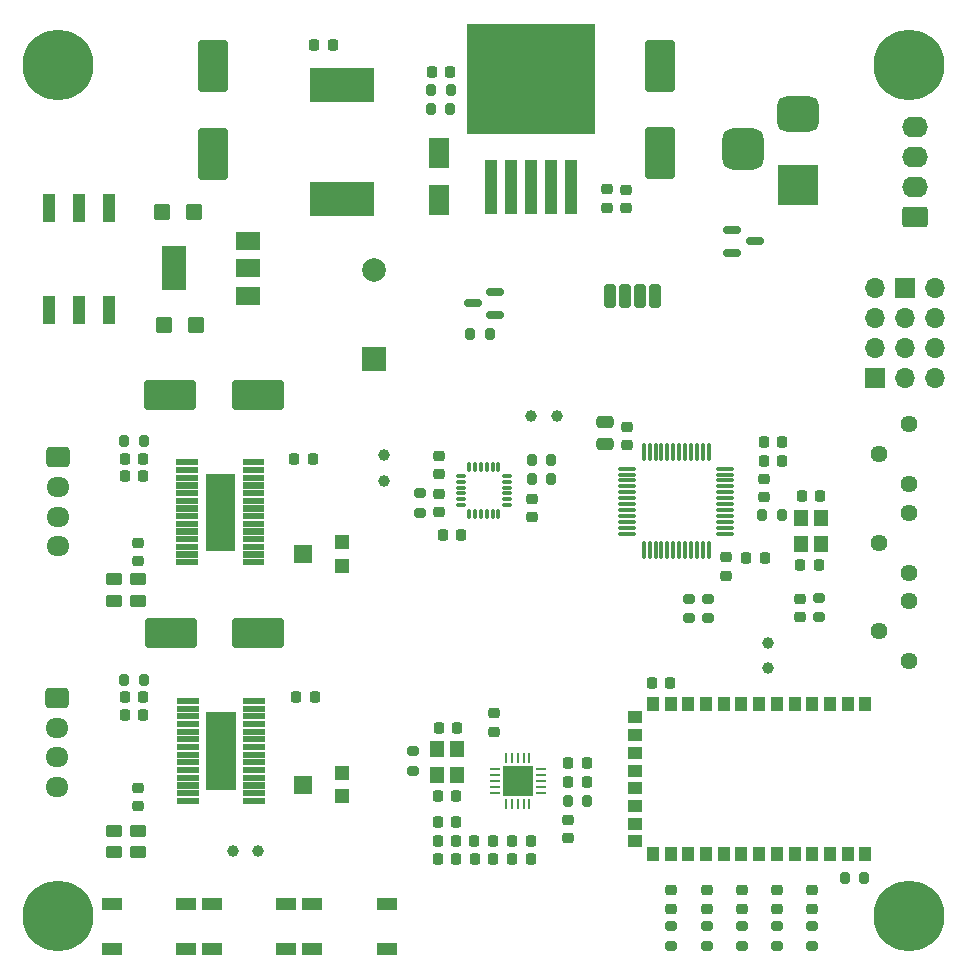
<source format=gbr>
%TF.GenerationSoftware,KiCad,Pcbnew,(6.0.0)*%
%TF.CreationDate,2022-03-02T14:41:02+07:00*%
%TF.ProjectId,balancingRobot_sabaiCode,62616c61-6e63-4696-9e67-526f626f745f,rev?*%
%TF.SameCoordinates,Original*%
%TF.FileFunction,Soldermask,Top*%
%TF.FilePolarity,Negative*%
%FSLAX46Y46*%
G04 Gerber Fmt 4.6, Leading zero omitted, Abs format (unit mm)*
G04 Created by KiCad (PCBNEW (6.0.0)) date 2022-03-02 14:41:02*
%MOMM*%
%LPD*%
G01*
G04 APERTURE LIST*
G04 Aperture macros list*
%AMRoundRect*
0 Rectangle with rounded corners*
0 $1 Rounding radius*
0 $2 $3 $4 $5 $6 $7 $8 $9 X,Y pos of 4 corners*
0 Add a 4 corners polygon primitive as box body*
4,1,4,$2,$3,$4,$5,$6,$7,$8,$9,$2,$3,0*
0 Add four circle primitives for the rounded corners*
1,1,$1+$1,$2,$3*
1,1,$1+$1,$4,$5*
1,1,$1+$1,$6,$7*
1,1,$1+$1,$8,$9*
0 Add four rect primitives between the rounded corners*
20,1,$1+$1,$2,$3,$4,$5,0*
20,1,$1+$1,$4,$5,$6,$7,0*
20,1,$1+$1,$6,$7,$8,$9,0*
20,1,$1+$1,$8,$9,$2,$3,0*%
G04 Aperture macros list end*
%ADD10C,0.010000*%
%ADD11R,1.700000X1.700000*%
%ADD12O,1.700000X1.700000*%
%ADD13RoundRect,0.200000X-0.275000X0.200000X-0.275000X-0.200000X0.275000X-0.200000X0.275000X0.200000X0*%
%ADD14RoundRect,0.200000X-0.200000X-0.275000X0.200000X-0.275000X0.200000X0.275000X-0.200000X0.275000X0*%
%ADD15RoundRect,0.225000X0.250000X-0.225000X0.250000X0.225000X-0.250000X0.225000X-0.250000X-0.225000X0*%
%ADD16R,1.700000X1.000000*%
%ADD17RoundRect,0.250000X1.000000X-1.950000X1.000000X1.950000X-1.000000X1.950000X-1.000000X-1.950000X0*%
%ADD18R,2.000000X1.500000*%
%ADD19R,2.000000X3.800000*%
%ADD20RoundRect,0.225000X-0.225000X-0.250000X0.225000X-0.250000X0.225000X0.250000X-0.225000X0.250000X0*%
%ADD21RoundRect,0.218750X0.256250X-0.218750X0.256250X0.218750X-0.256250X0.218750X-0.256250X-0.218750X0*%
%ADD22RoundRect,0.075000X-0.075000X0.350000X-0.075000X-0.350000X0.075000X-0.350000X0.075000X0.350000X0*%
%ADD23RoundRect,0.075000X-0.350000X-0.075000X0.350000X-0.075000X0.350000X0.075000X-0.350000X0.075000X0*%
%ADD24RoundRect,0.250000X0.475000X-0.250000X0.475000X0.250000X-0.475000X0.250000X-0.475000X-0.250000X0*%
%ADD25RoundRect,0.250000X-0.450000X-0.425000X0.450000X-0.425000X0.450000X0.425000X-0.450000X0.425000X0*%
%ADD26RoundRect,0.225000X0.225000X0.250000X-0.225000X0.250000X-0.225000X-0.250000X0.225000X-0.250000X0*%
%ADD27R,1.000000X1.300000*%
%ADD28R,1.300000X1.000000*%
%ADD29RoundRect,0.218750X-0.218750X-0.256250X0.218750X-0.256250X0.218750X0.256250X-0.218750X0.256250X0*%
%ADD30RoundRect,0.250000X0.845000X-0.620000X0.845000X0.620000X-0.845000X0.620000X-0.845000X-0.620000X0*%
%ADD31O,2.190000X1.740000*%
%ADD32RoundRect,0.200000X0.200000X0.275000X-0.200000X0.275000X-0.200000X-0.275000X0.200000X-0.275000X0*%
%ADD33R,1.800000X2.500000*%
%ADD34R,1.100000X4.600000*%
%ADD35R,10.800000X9.400000*%
%ADD36RoundRect,0.225000X-0.250000X0.225000X-0.250000X-0.225000X0.250000X-0.225000X0.250000X0.225000X0*%
%ADD37C,6.000000*%
%ADD38C,0.800000*%
%ADD39C,1.000000*%
%ADD40RoundRect,0.218750X0.218750X0.256250X-0.218750X0.256250X-0.218750X-0.256250X0.218750X-0.256250X0*%
%ADD41RoundRect,0.250000X-1.950000X-1.000000X1.950000X-1.000000X1.950000X1.000000X-1.950000X1.000000X0*%
%ADD42RoundRect,0.150000X-0.587500X-0.150000X0.587500X-0.150000X0.587500X0.150000X-0.587500X0.150000X0*%
%ADD43C,1.440000*%
%ADD44R,1.200000X1.200000*%
%ADD45R,1.500000X1.600000*%
%ADD46R,2.000000X2.000000*%
%ADD47C,2.000000*%
%ADD48RoundRect,0.250000X-0.725000X0.600000X-0.725000X-0.600000X0.725000X-0.600000X0.725000X0.600000X0*%
%ADD49O,1.950000X1.700000*%
%ADD50RoundRect,0.200000X0.275000X-0.200000X0.275000X0.200000X-0.275000X0.200000X-0.275000X-0.200000X0*%
%ADD51R,3.500000X3.500000*%
%ADD52RoundRect,0.750000X-1.000000X0.750000X-1.000000X-0.750000X1.000000X-0.750000X1.000000X0.750000X0*%
%ADD53RoundRect,0.875000X-0.875000X0.875000X-0.875000X-0.875000X0.875000X-0.875000X0.875000X0.875000X0*%
%ADD54RoundRect,0.250000X0.450000X-0.262500X0.450000X0.262500X-0.450000X0.262500X-0.450000X-0.262500X0*%
%ADD55RoundRect,0.250000X-0.250000X0.750000X-0.250000X-0.750000X0.250000X-0.750000X0.250000X0.750000X0*%
%ADD56R,5.400000X2.900000*%
%ADD57R,1.200000X1.400000*%
%ADD58RoundRect,0.150000X0.587500X0.150000X-0.587500X0.150000X-0.587500X-0.150000X0.587500X-0.150000X0*%
%ADD59RoundRect,0.062500X-0.062500X0.350000X-0.062500X-0.350000X0.062500X-0.350000X0.062500X0.350000X0*%
%ADD60RoundRect,0.062500X-0.350000X0.062500X-0.350000X-0.062500X0.350000X-0.062500X0.350000X0.062500X0*%
%ADD61R,2.500000X2.500000*%
%ADD62RoundRect,0.075000X0.662500X0.075000X-0.662500X0.075000X-0.662500X-0.075000X0.662500X-0.075000X0*%
%ADD63RoundRect,0.075000X0.075000X0.662500X-0.075000X0.662500X-0.075000X-0.662500X0.075000X-0.662500X0*%
%ADD64RoundRect,0.250000X0.450000X0.425000X-0.450000X0.425000X-0.450000X-0.425000X0.450000X-0.425000X0*%
%ADD65R,1.120000X2.440000*%
G04 APERTURE END LIST*
D10*
%TO.C,U6*%
X144055000Y-120155000D02*
X145795000Y-120155000D01*
X145795000Y-120155000D02*
X145795000Y-120595000D01*
X145795000Y-120595000D02*
X144055000Y-120595000D01*
X144055000Y-120595000D02*
X144055000Y-120155000D01*
G36*
X145795000Y-120595000D02*
G01*
X144055000Y-120595000D01*
X144055000Y-120155000D01*
X145795000Y-120155000D01*
X145795000Y-120595000D01*
G37*
X145795000Y-120595000D02*
X144055000Y-120595000D01*
X144055000Y-120155000D01*
X145795000Y-120155000D01*
X145795000Y-120595000D01*
X144055000Y-126005000D02*
X145795000Y-126005000D01*
X145795000Y-126005000D02*
X145795000Y-126445000D01*
X145795000Y-126445000D02*
X144055000Y-126445000D01*
X144055000Y-126445000D02*
X144055000Y-126005000D01*
G36*
X145795000Y-126445000D02*
G01*
X144055000Y-126445000D01*
X144055000Y-126005000D01*
X145795000Y-126005000D01*
X145795000Y-126445000D01*
G37*
X145795000Y-126445000D02*
X144055000Y-126445000D01*
X144055000Y-126005000D01*
X145795000Y-126005000D01*
X145795000Y-126445000D01*
X149655000Y-124055000D02*
X151395000Y-124055000D01*
X151395000Y-124055000D02*
X151395000Y-124495000D01*
X151395000Y-124495000D02*
X149655000Y-124495000D01*
X149655000Y-124495000D02*
X149655000Y-124055000D01*
G36*
X151395000Y-124495000D02*
G01*
X149655000Y-124495000D01*
X149655000Y-124055000D01*
X151395000Y-124055000D01*
X151395000Y-124495000D01*
G37*
X151395000Y-124495000D02*
X149655000Y-124495000D01*
X149655000Y-124055000D01*
X151395000Y-124055000D01*
X151395000Y-124495000D01*
X149655000Y-122105000D02*
X151395000Y-122105000D01*
X151395000Y-122105000D02*
X151395000Y-122545000D01*
X151395000Y-122545000D02*
X149655000Y-122545000D01*
X149655000Y-122545000D02*
X149655000Y-122105000D01*
G36*
X151395000Y-122545000D02*
G01*
X149655000Y-122545000D01*
X149655000Y-122105000D01*
X151395000Y-122105000D01*
X151395000Y-122545000D01*
G37*
X151395000Y-122545000D02*
X149655000Y-122545000D01*
X149655000Y-122105000D01*
X151395000Y-122105000D01*
X151395000Y-122545000D01*
X149655000Y-120805000D02*
X151395000Y-120805000D01*
X151395000Y-120805000D02*
X151395000Y-121245000D01*
X151395000Y-121245000D02*
X149655000Y-121245000D01*
X149655000Y-121245000D02*
X149655000Y-120805000D01*
G36*
X151395000Y-121245000D02*
G01*
X149655000Y-121245000D01*
X149655000Y-120805000D01*
X151395000Y-120805000D01*
X151395000Y-121245000D01*
G37*
X151395000Y-121245000D02*
X149655000Y-121245000D01*
X149655000Y-120805000D01*
X151395000Y-120805000D01*
X151395000Y-121245000D01*
X144055000Y-123405000D02*
X145795000Y-123405000D01*
X145795000Y-123405000D02*
X145795000Y-123845000D01*
X145795000Y-123845000D02*
X144055000Y-123845000D01*
X144055000Y-123845000D02*
X144055000Y-123405000D01*
G36*
X145795000Y-123845000D02*
G01*
X144055000Y-123845000D01*
X144055000Y-123405000D01*
X145795000Y-123405000D01*
X145795000Y-123845000D01*
G37*
X145795000Y-123845000D02*
X144055000Y-123845000D01*
X144055000Y-123405000D01*
X145795000Y-123405000D01*
X145795000Y-123845000D01*
X144055000Y-124055000D02*
X145795000Y-124055000D01*
X145795000Y-124055000D02*
X145795000Y-124495000D01*
X145795000Y-124495000D02*
X144055000Y-124495000D01*
X144055000Y-124495000D02*
X144055000Y-124055000D01*
G36*
X145795000Y-124495000D02*
G01*
X144055000Y-124495000D01*
X144055000Y-124055000D01*
X145795000Y-124055000D01*
X145795000Y-124495000D01*
G37*
X145795000Y-124495000D02*
X144055000Y-124495000D01*
X144055000Y-124055000D01*
X145795000Y-124055000D01*
X145795000Y-124495000D01*
X149655000Y-121455000D02*
X151395000Y-121455000D01*
X151395000Y-121455000D02*
X151395000Y-121895000D01*
X151395000Y-121895000D02*
X149655000Y-121895000D01*
X149655000Y-121895000D02*
X149655000Y-121455000D01*
G36*
X151395000Y-121895000D02*
G01*
X149655000Y-121895000D01*
X149655000Y-121455000D01*
X151395000Y-121455000D01*
X151395000Y-121895000D01*
G37*
X151395000Y-121895000D02*
X149655000Y-121895000D01*
X149655000Y-121455000D01*
X151395000Y-121455000D01*
X151395000Y-121895000D01*
X144055000Y-121455000D02*
X145795000Y-121455000D01*
X145795000Y-121455000D02*
X145795000Y-121895000D01*
X145795000Y-121895000D02*
X144055000Y-121895000D01*
X144055000Y-121895000D02*
X144055000Y-121455000D01*
G36*
X145795000Y-121895000D02*
G01*
X144055000Y-121895000D01*
X144055000Y-121455000D01*
X145795000Y-121455000D01*
X145795000Y-121895000D01*
G37*
X145795000Y-121895000D02*
X144055000Y-121895000D01*
X144055000Y-121455000D01*
X145795000Y-121455000D01*
X145795000Y-121895000D01*
X149655000Y-123405000D02*
X151395000Y-123405000D01*
X151395000Y-123405000D02*
X151395000Y-123845000D01*
X151395000Y-123845000D02*
X149655000Y-123845000D01*
X149655000Y-123845000D02*
X149655000Y-123405000D01*
G36*
X151395000Y-123845000D02*
G01*
X149655000Y-123845000D01*
X149655000Y-123405000D01*
X151395000Y-123405000D01*
X151395000Y-123845000D01*
G37*
X151395000Y-123845000D02*
X149655000Y-123845000D01*
X149655000Y-123405000D01*
X151395000Y-123405000D01*
X151395000Y-123845000D01*
X149655000Y-118855000D02*
X151395000Y-118855000D01*
X151395000Y-118855000D02*
X151395000Y-119295000D01*
X151395000Y-119295000D02*
X149655000Y-119295000D01*
X149655000Y-119295000D02*
X149655000Y-118855000D01*
G36*
X151395000Y-119295000D02*
G01*
X149655000Y-119295000D01*
X149655000Y-118855000D01*
X151395000Y-118855000D01*
X151395000Y-119295000D01*
G37*
X151395000Y-119295000D02*
X149655000Y-119295000D01*
X149655000Y-118855000D01*
X151395000Y-118855000D01*
X151395000Y-119295000D01*
X149655000Y-122755000D02*
X151395000Y-122755000D01*
X151395000Y-122755000D02*
X151395000Y-123195000D01*
X151395000Y-123195000D02*
X149655000Y-123195000D01*
X149655000Y-123195000D02*
X149655000Y-122755000D01*
G36*
X151395000Y-123195000D02*
G01*
X149655000Y-123195000D01*
X149655000Y-122755000D01*
X151395000Y-122755000D01*
X151395000Y-123195000D01*
G37*
X151395000Y-123195000D02*
X149655000Y-123195000D01*
X149655000Y-122755000D01*
X151395000Y-122755000D01*
X151395000Y-123195000D01*
X144055000Y-119505000D02*
X145795000Y-119505000D01*
X145795000Y-119505000D02*
X145795000Y-119945000D01*
X145795000Y-119945000D02*
X144055000Y-119945000D01*
X144055000Y-119945000D02*
X144055000Y-119505000D01*
G36*
X145795000Y-119945000D02*
G01*
X144055000Y-119945000D01*
X144055000Y-119505000D01*
X145795000Y-119505000D01*
X145795000Y-119945000D01*
G37*
X145795000Y-119945000D02*
X144055000Y-119945000D01*
X144055000Y-119505000D01*
X145795000Y-119505000D01*
X145795000Y-119945000D01*
X144055000Y-120805000D02*
X145795000Y-120805000D01*
X145795000Y-120805000D02*
X145795000Y-121245000D01*
X145795000Y-121245000D02*
X144055000Y-121245000D01*
X144055000Y-121245000D02*
X144055000Y-120805000D01*
G36*
X145795000Y-121245000D02*
G01*
X144055000Y-121245000D01*
X144055000Y-120805000D01*
X145795000Y-120805000D01*
X145795000Y-121245000D01*
G37*
X145795000Y-121245000D02*
X144055000Y-121245000D01*
X144055000Y-120805000D01*
X145795000Y-120805000D01*
X145795000Y-121245000D01*
X149655000Y-119505000D02*
X151395000Y-119505000D01*
X151395000Y-119505000D02*
X151395000Y-119945000D01*
X151395000Y-119945000D02*
X149655000Y-119945000D01*
X149655000Y-119945000D02*
X149655000Y-119505000D01*
G36*
X151395000Y-119945000D02*
G01*
X149655000Y-119945000D01*
X149655000Y-119505000D01*
X151395000Y-119505000D01*
X151395000Y-119945000D01*
G37*
X151395000Y-119945000D02*
X149655000Y-119945000D01*
X149655000Y-119505000D01*
X151395000Y-119505000D01*
X151395000Y-119945000D01*
X149655000Y-125355000D02*
X151395000Y-125355000D01*
X151395000Y-125355000D02*
X151395000Y-125795000D01*
X151395000Y-125795000D02*
X149655000Y-125795000D01*
X149655000Y-125795000D02*
X149655000Y-125355000D01*
G36*
X151395000Y-125795000D02*
G01*
X149655000Y-125795000D01*
X149655000Y-125355000D01*
X151395000Y-125355000D01*
X151395000Y-125795000D01*
G37*
X151395000Y-125795000D02*
X149655000Y-125795000D01*
X149655000Y-125355000D01*
X151395000Y-125355000D01*
X151395000Y-125795000D01*
X144055000Y-122105000D02*
X145795000Y-122105000D01*
X145795000Y-122105000D02*
X145795000Y-122545000D01*
X145795000Y-122545000D02*
X144055000Y-122545000D01*
X144055000Y-122545000D02*
X144055000Y-122105000D01*
G36*
X145795000Y-122545000D02*
G01*
X144055000Y-122545000D01*
X144055000Y-122105000D01*
X145795000Y-122105000D01*
X145795000Y-122545000D01*
G37*
X145795000Y-122545000D02*
X144055000Y-122545000D01*
X144055000Y-122105000D01*
X145795000Y-122105000D01*
X145795000Y-122545000D01*
X149655000Y-118205000D02*
X151395000Y-118205000D01*
X151395000Y-118205000D02*
X151395000Y-118645000D01*
X151395000Y-118645000D02*
X149655000Y-118645000D01*
X149655000Y-118645000D02*
X149655000Y-118205000D01*
G36*
X151395000Y-118645000D02*
G01*
X149655000Y-118645000D01*
X149655000Y-118205000D01*
X151395000Y-118205000D01*
X151395000Y-118645000D01*
G37*
X151395000Y-118645000D02*
X149655000Y-118645000D01*
X149655000Y-118205000D01*
X151395000Y-118205000D01*
X151395000Y-118645000D01*
X146525000Y-118770000D02*
X148925000Y-118770000D01*
X148925000Y-118770000D02*
X148925000Y-125230000D01*
X148925000Y-125230000D02*
X146525000Y-125230000D01*
X146525000Y-125230000D02*
X146525000Y-118770000D01*
G36*
X148925000Y-125230000D02*
G01*
X146525000Y-125230000D01*
X146525000Y-118770000D01*
X148925000Y-118770000D01*
X148925000Y-125230000D01*
G37*
X148925000Y-125230000D02*
X146525000Y-125230000D01*
X146525000Y-118770000D01*
X148925000Y-118770000D01*
X148925000Y-125230000D01*
X144055000Y-122755000D02*
X145795000Y-122755000D01*
X145795000Y-122755000D02*
X145795000Y-123195000D01*
X145795000Y-123195000D02*
X144055000Y-123195000D01*
X144055000Y-123195000D02*
X144055000Y-122755000D01*
G36*
X145795000Y-123195000D02*
G01*
X144055000Y-123195000D01*
X144055000Y-122755000D01*
X145795000Y-122755000D01*
X145795000Y-123195000D01*
G37*
X145795000Y-123195000D02*
X144055000Y-123195000D01*
X144055000Y-122755000D01*
X145795000Y-122755000D01*
X145795000Y-123195000D01*
X149655000Y-126005000D02*
X151395000Y-126005000D01*
X151395000Y-126005000D02*
X151395000Y-126445000D01*
X151395000Y-126445000D02*
X149655000Y-126445000D01*
X149655000Y-126445000D02*
X149655000Y-126005000D01*
G36*
X151395000Y-126445000D02*
G01*
X149655000Y-126445000D01*
X149655000Y-126005000D01*
X151395000Y-126005000D01*
X151395000Y-126445000D01*
G37*
X151395000Y-126445000D02*
X149655000Y-126445000D01*
X149655000Y-126005000D01*
X151395000Y-126005000D01*
X151395000Y-126445000D01*
X144055000Y-117555000D02*
X145795000Y-117555000D01*
X145795000Y-117555000D02*
X145795000Y-117995000D01*
X145795000Y-117995000D02*
X144055000Y-117995000D01*
X144055000Y-117995000D02*
X144055000Y-117555000D01*
G36*
X145795000Y-117995000D02*
G01*
X144055000Y-117995000D01*
X144055000Y-117555000D01*
X145795000Y-117555000D01*
X145795000Y-117995000D01*
G37*
X145795000Y-117995000D02*
X144055000Y-117995000D01*
X144055000Y-117555000D01*
X145795000Y-117555000D01*
X145795000Y-117995000D01*
X144055000Y-124705000D02*
X145795000Y-124705000D01*
X145795000Y-124705000D02*
X145795000Y-125145000D01*
X145795000Y-125145000D02*
X144055000Y-125145000D01*
X144055000Y-125145000D02*
X144055000Y-124705000D01*
G36*
X145795000Y-125145000D02*
G01*
X144055000Y-125145000D01*
X144055000Y-124705000D01*
X145795000Y-124705000D01*
X145795000Y-125145000D01*
G37*
X145795000Y-125145000D02*
X144055000Y-125145000D01*
X144055000Y-124705000D01*
X145795000Y-124705000D01*
X145795000Y-125145000D01*
X144055000Y-118855000D02*
X145795000Y-118855000D01*
X145795000Y-118855000D02*
X145795000Y-119295000D01*
X145795000Y-119295000D02*
X144055000Y-119295000D01*
X144055000Y-119295000D02*
X144055000Y-118855000D01*
G36*
X145795000Y-119295000D02*
G01*
X144055000Y-119295000D01*
X144055000Y-118855000D01*
X145795000Y-118855000D01*
X145795000Y-119295000D01*
G37*
X145795000Y-119295000D02*
X144055000Y-119295000D01*
X144055000Y-118855000D01*
X145795000Y-118855000D01*
X145795000Y-119295000D01*
X149655000Y-117555000D02*
X151395000Y-117555000D01*
X151395000Y-117555000D02*
X151395000Y-117995000D01*
X151395000Y-117995000D02*
X149655000Y-117995000D01*
X149655000Y-117995000D02*
X149655000Y-117555000D01*
G36*
X151395000Y-117995000D02*
G01*
X149655000Y-117995000D01*
X149655000Y-117555000D01*
X151395000Y-117555000D01*
X151395000Y-117995000D01*
G37*
X151395000Y-117995000D02*
X149655000Y-117995000D01*
X149655000Y-117555000D01*
X151395000Y-117555000D01*
X151395000Y-117995000D01*
X149655000Y-124705000D02*
X151395000Y-124705000D01*
X151395000Y-124705000D02*
X151395000Y-125145000D01*
X151395000Y-125145000D02*
X149655000Y-125145000D01*
X149655000Y-125145000D02*
X149655000Y-124705000D01*
G36*
X151395000Y-125145000D02*
G01*
X149655000Y-125145000D01*
X149655000Y-124705000D01*
X151395000Y-124705000D01*
X151395000Y-125145000D01*
G37*
X151395000Y-125145000D02*
X149655000Y-125145000D01*
X149655000Y-124705000D01*
X151395000Y-124705000D01*
X151395000Y-125145000D01*
X144055000Y-118205000D02*
X145795000Y-118205000D01*
X145795000Y-118205000D02*
X145795000Y-118645000D01*
X145795000Y-118645000D02*
X144055000Y-118645000D01*
X144055000Y-118645000D02*
X144055000Y-118205000D01*
G36*
X145795000Y-118645000D02*
G01*
X144055000Y-118645000D01*
X144055000Y-118205000D01*
X145795000Y-118205000D01*
X145795000Y-118645000D01*
G37*
X145795000Y-118645000D02*
X144055000Y-118645000D01*
X144055000Y-118205000D01*
X145795000Y-118205000D01*
X145795000Y-118645000D01*
X144055000Y-125355000D02*
X145795000Y-125355000D01*
X145795000Y-125355000D02*
X145795000Y-125795000D01*
X145795000Y-125795000D02*
X144055000Y-125795000D01*
X144055000Y-125795000D02*
X144055000Y-125355000D01*
G36*
X145795000Y-125795000D02*
G01*
X144055000Y-125795000D01*
X144055000Y-125355000D01*
X145795000Y-125355000D01*
X145795000Y-125795000D01*
G37*
X145795000Y-125795000D02*
X144055000Y-125795000D01*
X144055000Y-125355000D01*
X145795000Y-125355000D01*
X145795000Y-125795000D01*
X149655000Y-120155000D02*
X151395000Y-120155000D01*
X151395000Y-120155000D02*
X151395000Y-120595000D01*
X151395000Y-120595000D02*
X149655000Y-120595000D01*
X149655000Y-120595000D02*
X149655000Y-120155000D01*
G36*
X151395000Y-120595000D02*
G01*
X149655000Y-120595000D01*
X149655000Y-120155000D01*
X151395000Y-120155000D01*
X151395000Y-120595000D01*
G37*
X151395000Y-120595000D02*
X149655000Y-120595000D01*
X149655000Y-120155000D01*
X151395000Y-120155000D01*
X151395000Y-120595000D01*
%TO.C,U5*%
X143982500Y-101905000D02*
X145722500Y-101905000D01*
X145722500Y-101905000D02*
X145722500Y-102345000D01*
X145722500Y-102345000D02*
X143982500Y-102345000D01*
X143982500Y-102345000D02*
X143982500Y-101905000D01*
G36*
X145722500Y-102345000D02*
G01*
X143982500Y-102345000D01*
X143982500Y-101905000D01*
X145722500Y-101905000D01*
X145722500Y-102345000D01*
G37*
X145722500Y-102345000D02*
X143982500Y-102345000D01*
X143982500Y-101905000D01*
X145722500Y-101905000D01*
X145722500Y-102345000D01*
X149582500Y-103205000D02*
X151322500Y-103205000D01*
X151322500Y-103205000D02*
X151322500Y-103645000D01*
X151322500Y-103645000D02*
X149582500Y-103645000D01*
X149582500Y-103645000D02*
X149582500Y-103205000D01*
G36*
X151322500Y-103645000D02*
G01*
X149582500Y-103645000D01*
X149582500Y-103205000D01*
X151322500Y-103205000D01*
X151322500Y-103645000D01*
G37*
X151322500Y-103645000D02*
X149582500Y-103645000D01*
X149582500Y-103205000D01*
X151322500Y-103205000D01*
X151322500Y-103645000D01*
X143982500Y-98655000D02*
X145722500Y-98655000D01*
X145722500Y-98655000D02*
X145722500Y-99095000D01*
X145722500Y-99095000D02*
X143982500Y-99095000D01*
X143982500Y-99095000D02*
X143982500Y-98655000D01*
G36*
X145722500Y-99095000D02*
G01*
X143982500Y-99095000D01*
X143982500Y-98655000D01*
X145722500Y-98655000D01*
X145722500Y-99095000D01*
G37*
X145722500Y-99095000D02*
X143982500Y-99095000D01*
X143982500Y-98655000D01*
X145722500Y-98655000D01*
X145722500Y-99095000D01*
X143982500Y-99305000D02*
X145722500Y-99305000D01*
X145722500Y-99305000D02*
X145722500Y-99745000D01*
X145722500Y-99745000D02*
X143982500Y-99745000D01*
X143982500Y-99745000D02*
X143982500Y-99305000D01*
G36*
X145722500Y-99745000D02*
G01*
X143982500Y-99745000D01*
X143982500Y-99305000D01*
X145722500Y-99305000D01*
X145722500Y-99745000D01*
G37*
X145722500Y-99745000D02*
X143982500Y-99745000D01*
X143982500Y-99305000D01*
X145722500Y-99305000D01*
X145722500Y-99745000D01*
X149582500Y-99305000D02*
X151322500Y-99305000D01*
X151322500Y-99305000D02*
X151322500Y-99745000D01*
X151322500Y-99745000D02*
X149582500Y-99745000D01*
X149582500Y-99745000D02*
X149582500Y-99305000D01*
G36*
X151322500Y-99745000D02*
G01*
X149582500Y-99745000D01*
X149582500Y-99305000D01*
X151322500Y-99305000D01*
X151322500Y-99745000D01*
G37*
X151322500Y-99745000D02*
X149582500Y-99745000D01*
X149582500Y-99305000D01*
X151322500Y-99305000D01*
X151322500Y-99745000D01*
X143982500Y-101255000D02*
X145722500Y-101255000D01*
X145722500Y-101255000D02*
X145722500Y-101695000D01*
X145722500Y-101695000D02*
X143982500Y-101695000D01*
X143982500Y-101695000D02*
X143982500Y-101255000D01*
G36*
X145722500Y-101695000D02*
G01*
X143982500Y-101695000D01*
X143982500Y-101255000D01*
X145722500Y-101255000D01*
X145722500Y-101695000D01*
G37*
X145722500Y-101695000D02*
X143982500Y-101695000D01*
X143982500Y-101255000D01*
X145722500Y-101255000D01*
X145722500Y-101695000D01*
X143982500Y-100605000D02*
X145722500Y-100605000D01*
X145722500Y-100605000D02*
X145722500Y-101045000D01*
X145722500Y-101045000D02*
X143982500Y-101045000D01*
X143982500Y-101045000D02*
X143982500Y-100605000D01*
G36*
X145722500Y-101045000D02*
G01*
X143982500Y-101045000D01*
X143982500Y-100605000D01*
X145722500Y-100605000D01*
X145722500Y-101045000D01*
G37*
X145722500Y-101045000D02*
X143982500Y-101045000D01*
X143982500Y-100605000D01*
X145722500Y-100605000D01*
X145722500Y-101045000D01*
X149582500Y-104505000D02*
X151322500Y-104505000D01*
X151322500Y-104505000D02*
X151322500Y-104945000D01*
X151322500Y-104945000D02*
X149582500Y-104945000D01*
X149582500Y-104945000D02*
X149582500Y-104505000D01*
G36*
X151322500Y-104945000D02*
G01*
X149582500Y-104945000D01*
X149582500Y-104505000D01*
X151322500Y-104505000D01*
X151322500Y-104945000D01*
G37*
X151322500Y-104945000D02*
X149582500Y-104945000D01*
X149582500Y-104505000D01*
X151322500Y-104505000D01*
X151322500Y-104945000D01*
X143982500Y-98005000D02*
X145722500Y-98005000D01*
X145722500Y-98005000D02*
X145722500Y-98445000D01*
X145722500Y-98445000D02*
X143982500Y-98445000D01*
X143982500Y-98445000D02*
X143982500Y-98005000D01*
G36*
X145722500Y-98445000D02*
G01*
X143982500Y-98445000D01*
X143982500Y-98005000D01*
X145722500Y-98005000D01*
X145722500Y-98445000D01*
G37*
X145722500Y-98445000D02*
X143982500Y-98445000D01*
X143982500Y-98005000D01*
X145722500Y-98005000D01*
X145722500Y-98445000D01*
X143982500Y-104505000D02*
X145722500Y-104505000D01*
X145722500Y-104505000D02*
X145722500Y-104945000D01*
X145722500Y-104945000D02*
X143982500Y-104945000D01*
X143982500Y-104945000D02*
X143982500Y-104505000D01*
G36*
X145722500Y-104945000D02*
G01*
X143982500Y-104945000D01*
X143982500Y-104505000D01*
X145722500Y-104505000D01*
X145722500Y-104945000D01*
G37*
X145722500Y-104945000D02*
X143982500Y-104945000D01*
X143982500Y-104505000D01*
X145722500Y-104505000D01*
X145722500Y-104945000D01*
X143982500Y-105155000D02*
X145722500Y-105155000D01*
X145722500Y-105155000D02*
X145722500Y-105595000D01*
X145722500Y-105595000D02*
X143982500Y-105595000D01*
X143982500Y-105595000D02*
X143982500Y-105155000D01*
G36*
X145722500Y-105595000D02*
G01*
X143982500Y-105595000D01*
X143982500Y-105155000D01*
X145722500Y-105155000D01*
X145722500Y-105595000D01*
G37*
X145722500Y-105595000D02*
X143982500Y-105595000D01*
X143982500Y-105155000D01*
X145722500Y-105155000D01*
X145722500Y-105595000D01*
X143982500Y-103855000D02*
X145722500Y-103855000D01*
X145722500Y-103855000D02*
X145722500Y-104295000D01*
X145722500Y-104295000D02*
X143982500Y-104295000D01*
X143982500Y-104295000D02*
X143982500Y-103855000D01*
G36*
X145722500Y-104295000D02*
G01*
X143982500Y-104295000D01*
X143982500Y-103855000D01*
X145722500Y-103855000D01*
X145722500Y-104295000D01*
G37*
X145722500Y-104295000D02*
X143982500Y-104295000D01*
X143982500Y-103855000D01*
X145722500Y-103855000D01*
X145722500Y-104295000D01*
X143982500Y-102555000D02*
X145722500Y-102555000D01*
X145722500Y-102555000D02*
X145722500Y-102995000D01*
X145722500Y-102995000D02*
X143982500Y-102995000D01*
X143982500Y-102995000D02*
X143982500Y-102555000D01*
G36*
X145722500Y-102995000D02*
G01*
X143982500Y-102995000D01*
X143982500Y-102555000D01*
X145722500Y-102555000D01*
X145722500Y-102995000D01*
G37*
X145722500Y-102995000D02*
X143982500Y-102995000D01*
X143982500Y-102555000D01*
X145722500Y-102555000D01*
X145722500Y-102995000D01*
X149582500Y-97355000D02*
X151322500Y-97355000D01*
X151322500Y-97355000D02*
X151322500Y-97795000D01*
X151322500Y-97795000D02*
X149582500Y-97795000D01*
X149582500Y-97795000D02*
X149582500Y-97355000D01*
G36*
X151322500Y-97795000D02*
G01*
X149582500Y-97795000D01*
X149582500Y-97355000D01*
X151322500Y-97355000D01*
X151322500Y-97795000D01*
G37*
X151322500Y-97795000D02*
X149582500Y-97795000D01*
X149582500Y-97355000D01*
X151322500Y-97355000D01*
X151322500Y-97795000D01*
X149582500Y-101905000D02*
X151322500Y-101905000D01*
X151322500Y-101905000D02*
X151322500Y-102345000D01*
X151322500Y-102345000D02*
X149582500Y-102345000D01*
X149582500Y-102345000D02*
X149582500Y-101905000D01*
G36*
X151322500Y-102345000D02*
G01*
X149582500Y-102345000D01*
X149582500Y-101905000D01*
X151322500Y-101905000D01*
X151322500Y-102345000D01*
G37*
X151322500Y-102345000D02*
X149582500Y-102345000D01*
X149582500Y-101905000D01*
X151322500Y-101905000D01*
X151322500Y-102345000D01*
X149582500Y-98005000D02*
X151322500Y-98005000D01*
X151322500Y-98005000D02*
X151322500Y-98445000D01*
X151322500Y-98445000D02*
X149582500Y-98445000D01*
X149582500Y-98445000D02*
X149582500Y-98005000D01*
G36*
X151322500Y-98445000D02*
G01*
X149582500Y-98445000D01*
X149582500Y-98005000D01*
X151322500Y-98005000D01*
X151322500Y-98445000D01*
G37*
X151322500Y-98445000D02*
X149582500Y-98445000D01*
X149582500Y-98005000D01*
X151322500Y-98005000D01*
X151322500Y-98445000D01*
X149582500Y-100605000D02*
X151322500Y-100605000D01*
X151322500Y-100605000D02*
X151322500Y-101045000D01*
X151322500Y-101045000D02*
X149582500Y-101045000D01*
X149582500Y-101045000D02*
X149582500Y-100605000D01*
G36*
X151322500Y-101045000D02*
G01*
X149582500Y-101045000D01*
X149582500Y-100605000D01*
X151322500Y-100605000D01*
X151322500Y-101045000D01*
G37*
X151322500Y-101045000D02*
X149582500Y-101045000D01*
X149582500Y-100605000D01*
X151322500Y-100605000D01*
X151322500Y-101045000D01*
X143982500Y-103205000D02*
X145722500Y-103205000D01*
X145722500Y-103205000D02*
X145722500Y-103645000D01*
X145722500Y-103645000D02*
X143982500Y-103645000D01*
X143982500Y-103645000D02*
X143982500Y-103205000D01*
G36*
X145722500Y-103645000D02*
G01*
X143982500Y-103645000D01*
X143982500Y-103205000D01*
X145722500Y-103205000D01*
X145722500Y-103645000D01*
G37*
X145722500Y-103645000D02*
X143982500Y-103645000D01*
X143982500Y-103205000D01*
X145722500Y-103205000D01*
X145722500Y-103645000D01*
X146452500Y-98570000D02*
X148852500Y-98570000D01*
X148852500Y-98570000D02*
X148852500Y-105030000D01*
X148852500Y-105030000D02*
X146452500Y-105030000D01*
X146452500Y-105030000D02*
X146452500Y-98570000D01*
G36*
X148852500Y-105030000D02*
G01*
X146452500Y-105030000D01*
X146452500Y-98570000D01*
X148852500Y-98570000D01*
X148852500Y-105030000D01*
G37*
X148852500Y-105030000D02*
X146452500Y-105030000D01*
X146452500Y-98570000D01*
X148852500Y-98570000D01*
X148852500Y-105030000D01*
X149582500Y-105805000D02*
X151322500Y-105805000D01*
X151322500Y-105805000D02*
X151322500Y-106245000D01*
X151322500Y-106245000D02*
X149582500Y-106245000D01*
X149582500Y-106245000D02*
X149582500Y-105805000D01*
G36*
X151322500Y-106245000D02*
G01*
X149582500Y-106245000D01*
X149582500Y-105805000D01*
X151322500Y-105805000D01*
X151322500Y-106245000D01*
G37*
X151322500Y-106245000D02*
X149582500Y-106245000D01*
X149582500Y-105805000D01*
X151322500Y-105805000D01*
X151322500Y-106245000D01*
X149582500Y-103855000D02*
X151322500Y-103855000D01*
X151322500Y-103855000D02*
X151322500Y-104295000D01*
X151322500Y-104295000D02*
X149582500Y-104295000D01*
X149582500Y-104295000D02*
X149582500Y-103855000D01*
G36*
X151322500Y-104295000D02*
G01*
X149582500Y-104295000D01*
X149582500Y-103855000D01*
X151322500Y-103855000D01*
X151322500Y-104295000D01*
G37*
X151322500Y-104295000D02*
X149582500Y-104295000D01*
X149582500Y-103855000D01*
X151322500Y-103855000D01*
X151322500Y-104295000D01*
X149582500Y-101255000D02*
X151322500Y-101255000D01*
X151322500Y-101255000D02*
X151322500Y-101695000D01*
X151322500Y-101695000D02*
X149582500Y-101695000D01*
X149582500Y-101695000D02*
X149582500Y-101255000D01*
G36*
X151322500Y-101695000D02*
G01*
X149582500Y-101695000D01*
X149582500Y-101255000D01*
X151322500Y-101255000D01*
X151322500Y-101695000D01*
G37*
X151322500Y-101695000D02*
X149582500Y-101695000D01*
X149582500Y-101255000D01*
X151322500Y-101255000D01*
X151322500Y-101695000D01*
X143982500Y-97355000D02*
X145722500Y-97355000D01*
X145722500Y-97355000D02*
X145722500Y-97795000D01*
X145722500Y-97795000D02*
X143982500Y-97795000D01*
X143982500Y-97795000D02*
X143982500Y-97355000D01*
G36*
X145722500Y-97795000D02*
G01*
X143982500Y-97795000D01*
X143982500Y-97355000D01*
X145722500Y-97355000D01*
X145722500Y-97795000D01*
G37*
X145722500Y-97795000D02*
X143982500Y-97795000D01*
X143982500Y-97355000D01*
X145722500Y-97355000D01*
X145722500Y-97795000D01*
X149582500Y-99955000D02*
X151322500Y-99955000D01*
X151322500Y-99955000D02*
X151322500Y-100395000D01*
X151322500Y-100395000D02*
X149582500Y-100395000D01*
X149582500Y-100395000D02*
X149582500Y-99955000D01*
G36*
X151322500Y-100395000D02*
G01*
X149582500Y-100395000D01*
X149582500Y-99955000D01*
X151322500Y-99955000D01*
X151322500Y-100395000D01*
G37*
X151322500Y-100395000D02*
X149582500Y-100395000D01*
X149582500Y-99955000D01*
X151322500Y-99955000D01*
X151322500Y-100395000D01*
X149582500Y-102555000D02*
X151322500Y-102555000D01*
X151322500Y-102555000D02*
X151322500Y-102995000D01*
X151322500Y-102995000D02*
X149582500Y-102995000D01*
X149582500Y-102995000D02*
X149582500Y-102555000D01*
G36*
X151322500Y-102995000D02*
G01*
X149582500Y-102995000D01*
X149582500Y-102555000D01*
X151322500Y-102555000D01*
X151322500Y-102995000D01*
G37*
X151322500Y-102995000D02*
X149582500Y-102995000D01*
X149582500Y-102555000D01*
X151322500Y-102555000D01*
X151322500Y-102995000D01*
X143982500Y-105805000D02*
X145722500Y-105805000D01*
X145722500Y-105805000D02*
X145722500Y-106245000D01*
X145722500Y-106245000D02*
X143982500Y-106245000D01*
X143982500Y-106245000D02*
X143982500Y-105805000D01*
G36*
X145722500Y-106245000D02*
G01*
X143982500Y-106245000D01*
X143982500Y-105805000D01*
X145722500Y-105805000D01*
X145722500Y-106245000D01*
G37*
X145722500Y-106245000D02*
X143982500Y-106245000D01*
X143982500Y-105805000D01*
X145722500Y-105805000D01*
X145722500Y-106245000D01*
X143982500Y-99955000D02*
X145722500Y-99955000D01*
X145722500Y-99955000D02*
X145722500Y-100395000D01*
X145722500Y-100395000D02*
X143982500Y-100395000D01*
X143982500Y-100395000D02*
X143982500Y-99955000D01*
G36*
X145722500Y-100395000D02*
G01*
X143982500Y-100395000D01*
X143982500Y-99955000D01*
X145722500Y-99955000D01*
X145722500Y-100395000D01*
G37*
X145722500Y-100395000D02*
X143982500Y-100395000D01*
X143982500Y-99955000D01*
X145722500Y-99955000D01*
X145722500Y-100395000D01*
X149582500Y-105155000D02*
X151322500Y-105155000D01*
X151322500Y-105155000D02*
X151322500Y-105595000D01*
X151322500Y-105595000D02*
X149582500Y-105595000D01*
X149582500Y-105595000D02*
X149582500Y-105155000D01*
G36*
X151322500Y-105595000D02*
G01*
X149582500Y-105595000D01*
X149582500Y-105155000D01*
X151322500Y-105155000D01*
X151322500Y-105595000D01*
G37*
X151322500Y-105595000D02*
X149582500Y-105595000D01*
X149582500Y-105155000D01*
X151322500Y-105155000D01*
X151322500Y-105595000D01*
X149582500Y-98655000D02*
X151322500Y-98655000D01*
X151322500Y-98655000D02*
X151322500Y-99095000D01*
X151322500Y-99095000D02*
X149582500Y-99095000D01*
X149582500Y-99095000D02*
X149582500Y-98655000D01*
G36*
X151322500Y-99095000D02*
G01*
X149582500Y-99095000D01*
X149582500Y-98655000D01*
X151322500Y-98655000D01*
X151322500Y-99095000D01*
G37*
X151322500Y-99095000D02*
X149582500Y-99095000D01*
X149582500Y-98655000D01*
X151322500Y-98655000D01*
X151322500Y-99095000D01*
%TD*%
D11*
%TO.C,J5*%
X205700000Y-82880000D03*
D12*
X208240000Y-82880000D03*
X205700000Y-85420000D03*
X208240000Y-85420000D03*
X205700000Y-87960000D03*
X208240000Y-87960000D03*
X205700000Y-90500000D03*
X208240000Y-90500000D03*
%TD*%
D13*
%TO.C,R7*%
X164600000Y-100250000D03*
X164600000Y-101900000D03*
%TD*%
D14*
%TO.C,R14*%
X139575000Y-95800000D03*
X141225000Y-95800000D03*
%TD*%
D15*
%TO.C,C14*%
X170900000Y-120425000D03*
X170900000Y-118875000D03*
%TD*%
D16*
%TO.C,SW1*%
X161800000Y-135000000D03*
X155500000Y-135000000D03*
X161800000Y-138800000D03*
X155500000Y-138800000D03*
%TD*%
D17*
%TO.C,C5*%
X184890000Y-71430000D03*
X184890000Y-64030000D03*
%TD*%
D18*
%TO.C,U8*%
X150050000Y-83500000D03*
X150050000Y-81200000D03*
D19*
X143750000Y-81200000D03*
D18*
X150050000Y-78900000D03*
%TD*%
D20*
%TO.C,C27*%
X139625000Y-117500000D03*
X141175000Y-117500000D03*
%TD*%
D21*
%TO.C,D3*%
X191850000Y-135400000D03*
X191850000Y-133825000D03*
%TD*%
D11*
%TO.C,J6*%
X203100000Y-90480000D03*
D12*
X203100000Y-87940000D03*
X203100000Y-85400000D03*
X203100000Y-82860000D03*
%TD*%
D16*
%TO.C,SW4*%
X144800000Y-138800000D03*
X138500000Y-138800000D03*
X138500000Y-135000000D03*
X144800000Y-135000000D03*
%TD*%
D20*
%TO.C,C13*%
X177175000Y-124675000D03*
X178725000Y-124675000D03*
%TD*%
D22*
%TO.C,U2*%
X171250000Y-98050000D03*
X170750000Y-98050000D03*
X170250000Y-98050000D03*
X169750000Y-98050000D03*
X169250000Y-98050000D03*
X168750000Y-98050000D03*
D23*
X168050000Y-98750000D03*
X168050000Y-99250000D03*
X168050000Y-99750000D03*
X168050000Y-100250000D03*
X168050000Y-100750000D03*
X168050000Y-101250000D03*
D22*
X168750000Y-101950000D03*
X169250000Y-101950000D03*
X169750000Y-101950000D03*
X170250000Y-101950000D03*
X170750000Y-101950000D03*
X171250000Y-101950000D03*
D23*
X171950000Y-101250000D03*
X171950000Y-100750000D03*
X171950000Y-100250000D03*
X171950000Y-99750000D03*
X171950000Y-99250000D03*
X171950000Y-98750000D03*
%TD*%
D24*
%TO.C,C1*%
X180300000Y-96100000D03*
X180300000Y-94200000D03*
%TD*%
D21*
%TO.C,D5*%
X194825000Y-135400000D03*
X194825000Y-133825000D03*
%TD*%
D25*
%TO.C,C39*%
X142900000Y-86000000D03*
X145600000Y-86000000D03*
%TD*%
D13*
%TO.C,R4*%
X187400000Y-109175000D03*
X187400000Y-110825000D03*
%TD*%
D26*
%TO.C,C10*%
X168075000Y-103800000D03*
X166525000Y-103800000D03*
%TD*%
D27*
%TO.C,U4*%
X202325000Y-118112500D03*
X200825000Y-118112500D03*
X199325000Y-118112500D03*
X197825000Y-118112500D03*
X196325000Y-118112500D03*
X194825000Y-118112500D03*
X193325000Y-118112500D03*
X191825000Y-118112500D03*
X190325000Y-118112500D03*
X188825000Y-118112500D03*
X187325000Y-118112500D03*
X185825000Y-118112500D03*
X184325000Y-118112500D03*
D28*
X182825000Y-119212500D03*
X182825000Y-120712500D03*
X182825000Y-122212500D03*
X182825000Y-123712500D03*
X182825000Y-125212500D03*
X182825000Y-126712500D03*
X182825000Y-128212500D03*
X182825000Y-129712500D03*
D27*
X184325000Y-130812500D03*
X185825000Y-130812500D03*
X187325000Y-130812500D03*
X188825000Y-130812500D03*
X190325000Y-130812500D03*
X191825000Y-130812500D03*
X193325000Y-130812500D03*
X194825000Y-130812500D03*
X196325000Y-130812500D03*
X197825000Y-130812500D03*
X199325000Y-130812500D03*
X200825000Y-130812500D03*
X202325000Y-130812500D03*
%TD*%
D21*
%TO.C,D2*%
X188875000Y-135400000D03*
X188875000Y-133825000D03*
%TD*%
D29*
%TO.C,L3*%
X169212500Y-129675000D03*
X170787500Y-129675000D03*
%TD*%
D15*
%TO.C,C12*%
X174100000Y-102250000D03*
X174100000Y-100700000D03*
%TD*%
D30*
%TO.C,J7*%
X206500000Y-76800000D03*
D31*
X206500000Y-74260000D03*
X206500000Y-71720000D03*
X206500000Y-69180000D03*
%TD*%
D15*
%TO.C,C2*%
X182100000Y-96150000D03*
X182100000Y-94600000D03*
%TD*%
D20*
%TO.C,C40*%
X155660000Y-62250000D03*
X157210000Y-62250000D03*
%TD*%
D32*
%TO.C,R9*%
X178775000Y-126275000D03*
X177125000Y-126275000D03*
%TD*%
D33*
%TO.C,D4*%
X166200000Y-75400000D03*
X166200000Y-71400000D03*
%TD*%
D20*
%TO.C,C18*%
X177175000Y-123075000D03*
X178725000Y-123075000D03*
%TD*%
D34*
%TO.C,U7*%
X170600000Y-74275000D03*
X172300000Y-74275000D03*
X174000000Y-74275000D03*
X175700000Y-74275000D03*
X177400000Y-74275000D03*
D35*
X174000000Y-65125000D03*
%TD*%
D36*
%TO.C,C15*%
X177175000Y-127875000D03*
X177175000Y-129425000D03*
%TD*%
D20*
%TO.C,C26*%
X154150000Y-117500000D03*
X155700000Y-117500000D03*
%TD*%
%TO.C,C22*%
X166125000Y-131175000D03*
X167675000Y-131175000D03*
%TD*%
D37*
%TO.C,H4*%
X134000000Y-136000000D03*
D38*
X136250000Y-136000000D03*
X135590990Y-137590990D03*
X132409010Y-137590990D03*
X134000000Y-138250000D03*
X131750000Y-136000000D03*
X134000000Y-133750000D03*
X135590990Y-134409010D03*
X132409010Y-134409010D03*
%TD*%
D39*
%TO.C,TP6*%
X174000000Y-93700000D03*
%TD*%
%TO.C,TP8*%
X150900000Y-130500000D03*
%TD*%
D36*
%TO.C,C31*%
X140700000Y-125200000D03*
X140700000Y-126750000D03*
%TD*%
%TO.C,C35*%
X193700000Y-99025000D03*
X193700000Y-100575000D03*
%TD*%
D13*
%TO.C,R19*%
X191850000Y-136900000D03*
X191850000Y-138550000D03*
%TD*%
D39*
%TO.C,TP7*%
X148800000Y-130500000D03*
%TD*%
D32*
%TO.C,R1*%
X195250000Y-102100000D03*
X193600000Y-102100000D03*
%TD*%
D15*
%TO.C,C36*%
X182090000Y-76070000D03*
X182090000Y-74520000D03*
%TD*%
D26*
%TO.C,C21*%
X170775000Y-131175000D03*
X169225000Y-131175000D03*
%TD*%
D36*
%TO.C,C28*%
X140700000Y-104450000D03*
X140700000Y-106000000D03*
%TD*%
D40*
%TO.C,L2*%
X173975000Y-131175000D03*
X172400000Y-131175000D03*
%TD*%
D41*
%TO.C,C30*%
X143470000Y-91900000D03*
X150870000Y-91900000D03*
%TD*%
D14*
%TO.C,R16*%
X139575000Y-116000000D03*
X141225000Y-116000000D03*
%TD*%
D32*
%TO.C,R22*%
X167170000Y-67690000D03*
X165520000Y-67690000D03*
%TD*%
D41*
%TO.C,C33*%
X143500000Y-112100000D03*
X150900000Y-112100000D03*
%TD*%
D42*
%TO.C,Q2*%
X191062500Y-77950000D03*
X191062500Y-79850000D03*
X192937500Y-78900000D03*
%TD*%
D20*
%TO.C,C24*%
X153970000Y-97300000D03*
X155520000Y-97300000D03*
%TD*%
D21*
%TO.C,D6*%
X185900000Y-135400000D03*
X185900000Y-133825000D03*
%TD*%
D43*
%TO.C,RV5*%
X206025000Y-94375000D03*
X203485000Y-96915000D03*
X206025000Y-99455000D03*
%TD*%
D36*
%TO.C,C3*%
X190500000Y-105650000D03*
X190500000Y-107200000D03*
%TD*%
D44*
%TO.C,RV2*%
X157975000Y-125900000D03*
D45*
X154725000Y-124900000D03*
D44*
X157975000Y-123900000D03*
%TD*%
D20*
%TO.C,C4*%
X192250000Y-105700000D03*
X193800000Y-105700000D03*
%TD*%
D46*
%TO.C,BZ1*%
X160700000Y-88900000D03*
D47*
X160700000Y-81300000D03*
%TD*%
D48*
%TO.C,J2*%
X133970000Y-97200000D03*
D49*
X133970000Y-99700000D03*
X133970000Y-102200000D03*
X133970000Y-104700000D03*
%TD*%
D50*
%TO.C,R8*%
X164025000Y-123725000D03*
X164025000Y-122075000D03*
%TD*%
D51*
%TO.C,J1*%
X196627500Y-74110000D03*
D52*
X196627500Y-68110000D03*
D53*
X191927500Y-71110000D03*
%TD*%
D13*
%TO.C,R18*%
X188875000Y-136900000D03*
X188875000Y-138550000D03*
%TD*%
D20*
%TO.C,C42*%
X165600000Y-64550000D03*
X167150000Y-64550000D03*
%TD*%
D48*
%TO.C,J3*%
X133900000Y-117600000D03*
D49*
X133900000Y-120100000D03*
X133900000Y-122600000D03*
X133900000Y-125100000D03*
%TD*%
D20*
%TO.C,C25*%
X139625000Y-97300000D03*
X141175000Y-97300000D03*
%TD*%
%TO.C,C19*%
X166125000Y-128075000D03*
X167675000Y-128075000D03*
%TD*%
D32*
%TO.C,R3*%
X170500000Y-86750000D03*
X168850000Y-86750000D03*
%TD*%
D20*
%TO.C,C23*%
X184250000Y-116300000D03*
X185800000Y-116300000D03*
%TD*%
D39*
%TO.C,TP1*%
X194100000Y-112900000D03*
%TD*%
D54*
%TO.C,R17*%
X138700000Y-130625000D03*
X138700000Y-128800000D03*
%TD*%
D55*
%TO.C,J4*%
X184470000Y-83500000D03*
X183200000Y-83500000D03*
X181930000Y-83500000D03*
X180660000Y-83500000D03*
%TD*%
D32*
%TO.C,R6*%
X175700000Y-97400000D03*
X174050000Y-97400000D03*
%TD*%
D38*
%TO.C,H3*%
X207590990Y-137590990D03*
X206000000Y-138250000D03*
X207590990Y-134409010D03*
X204409010Y-137590990D03*
X206000000Y-133750000D03*
X204409010Y-134409010D03*
X208250000Y-136000000D03*
D37*
X206000000Y-136000000D03*
D38*
X203750000Y-136000000D03*
%TD*%
D56*
%TO.C,L5*%
X158000000Y-75350000D03*
X158000000Y-65650000D03*
%TD*%
D15*
%TO.C,C37*%
X180480000Y-76060000D03*
X180480000Y-74510000D03*
%TD*%
D43*
%TO.C,RV4*%
X206025000Y-101875000D03*
X203485000Y-104415000D03*
X206025000Y-106955000D03*
%TD*%
D39*
%TO.C,TP4*%
X161600000Y-97000000D03*
%TD*%
%TO.C,TP3*%
X194100000Y-115000000D03*
%TD*%
D57*
%TO.C,Y1*%
X198600000Y-104500000D03*
X198600000Y-102300000D03*
X196900000Y-102300000D03*
X196900000Y-104500000D03*
%TD*%
%TO.C,Y2*%
X167725000Y-124075000D03*
X167725000Y-121875000D03*
X166025000Y-121875000D03*
X166025000Y-124075000D03*
%TD*%
D58*
%TO.C,Q1*%
X170987500Y-85100000D03*
X170987500Y-83200000D03*
X169112500Y-84150000D03*
%TD*%
D36*
%TO.C,C8*%
X196800000Y-109150000D03*
X196800000Y-110700000D03*
%TD*%
D38*
%TO.C,H1*%
X134000000Y-61750000D03*
X132409010Y-62409010D03*
X135590990Y-62409010D03*
D37*
X134000000Y-64000000D03*
D38*
X135590990Y-65590990D03*
X134000000Y-66250000D03*
X132409010Y-65590990D03*
X131750000Y-64000000D03*
X136250000Y-64000000D03*
%TD*%
D59*
%TO.C,U3*%
X173875000Y-122637500D03*
X173375000Y-122637500D03*
X172875000Y-122637500D03*
X172375000Y-122637500D03*
X171875000Y-122637500D03*
D60*
X170937500Y-123575000D03*
X170937500Y-124075000D03*
X170937500Y-124575000D03*
X170937500Y-125075000D03*
X170937500Y-125575000D03*
D59*
X171875000Y-126512500D03*
X172375000Y-126512500D03*
X172875000Y-126512500D03*
X173375000Y-126512500D03*
X173875000Y-126512500D03*
D60*
X174812500Y-125575000D03*
X174812500Y-125075000D03*
X174812500Y-124575000D03*
X174812500Y-124075000D03*
X174812500Y-123575000D03*
D61*
X172875000Y-124575000D03*
%TD*%
D44*
%TO.C,RV1*%
X157970000Y-106400000D03*
D45*
X154720000Y-105400000D03*
D44*
X157970000Y-104400000D03*
%TD*%
D15*
%TO.C,C11*%
X166200000Y-101850000D03*
X166200000Y-100300000D03*
%TD*%
D54*
%TO.C,R12*%
X140700000Y-109312500D03*
X140700000Y-107487500D03*
%TD*%
D20*
%TO.C,C7*%
X196950000Y-100500000D03*
X198500000Y-100500000D03*
%TD*%
D26*
%TO.C,C17*%
X167675000Y-125875000D03*
X166125000Y-125875000D03*
%TD*%
%TO.C,C29*%
X141175000Y-98800000D03*
X139625000Y-98800000D03*
%TD*%
D43*
%TO.C,RV3*%
X206025000Y-109375000D03*
X203485000Y-111915000D03*
X206025000Y-114455000D03*
%TD*%
D26*
%TO.C,C32*%
X141175000Y-119000000D03*
X139625000Y-119000000D03*
%TD*%
D62*
%TO.C,U1*%
X190462500Y-103650000D03*
X190462500Y-103150000D03*
X190462500Y-102650000D03*
X190462500Y-102150000D03*
X190462500Y-101650000D03*
X190462500Y-101150000D03*
X190462500Y-100650000D03*
X190462500Y-100150000D03*
X190462500Y-99650000D03*
X190462500Y-99150000D03*
X190462500Y-98650000D03*
X190462500Y-98150000D03*
D63*
X189050000Y-96737500D03*
X188550000Y-96737500D03*
X188050000Y-96737500D03*
X187550000Y-96737500D03*
X187050000Y-96737500D03*
X186550000Y-96737500D03*
X186050000Y-96737500D03*
X185550000Y-96737500D03*
X185050000Y-96737500D03*
X184550000Y-96737500D03*
X184050000Y-96737500D03*
X183550000Y-96737500D03*
D62*
X182137500Y-98150000D03*
X182137500Y-98650000D03*
X182137500Y-99150000D03*
X182137500Y-99650000D03*
X182137500Y-100150000D03*
X182137500Y-100650000D03*
X182137500Y-101150000D03*
X182137500Y-101650000D03*
X182137500Y-102150000D03*
X182137500Y-102650000D03*
X182137500Y-103150000D03*
X182137500Y-103650000D03*
D63*
X183550000Y-105062500D03*
X184050000Y-105062500D03*
X184550000Y-105062500D03*
X185050000Y-105062500D03*
X185550000Y-105062500D03*
X186050000Y-105062500D03*
X186550000Y-105062500D03*
X187050000Y-105062500D03*
X187550000Y-105062500D03*
X188050000Y-105062500D03*
X188550000Y-105062500D03*
X189050000Y-105062500D03*
%TD*%
D50*
%TO.C,R2*%
X198400000Y-110750000D03*
X198400000Y-109100000D03*
%TD*%
D36*
%TO.C,C9*%
X166200000Y-97050000D03*
X166200000Y-98600000D03*
%TD*%
D39*
%TO.C,TP5*%
X176200000Y-93700000D03*
%TD*%
D13*
%TO.C,R24*%
X185900000Y-136900000D03*
X185900000Y-138550000D03*
%TD*%
%TO.C,R11*%
X197800000Y-136900000D03*
X197800000Y-138550000D03*
%TD*%
D64*
%TO.C,C38*%
X145500000Y-76400000D03*
X142800000Y-76400000D03*
%TD*%
D14*
%TO.C,R10*%
X200575000Y-132800000D03*
X202225000Y-132800000D03*
%TD*%
D26*
%TO.C,C6*%
X198350000Y-106300000D03*
X196800000Y-106300000D03*
%TD*%
D20*
%TO.C,C16*%
X166175000Y-120075000D03*
X167725000Y-120075000D03*
%TD*%
D40*
%TO.C,L4*%
X195287500Y-95900000D03*
X193712500Y-95900000D03*
%TD*%
D20*
%TO.C,C34*%
X193712500Y-97500000D03*
X195262500Y-97500000D03*
%TD*%
D21*
%TO.C,D1*%
X197800000Y-135400000D03*
X197800000Y-133825000D03*
%TD*%
D54*
%TO.C,R15*%
X140700000Y-130625000D03*
X140700000Y-128800000D03*
%TD*%
D14*
%TO.C,R5*%
X174050000Y-99000000D03*
X175700000Y-99000000D03*
%TD*%
D65*
%TO.C,SW2*%
X138240000Y-76095000D03*
X135700000Y-76095000D03*
X133160000Y-76095000D03*
X133160000Y-84705000D03*
X135700000Y-84705000D03*
X138240000Y-84705000D03*
%TD*%
D40*
%TO.C,L1*%
X173975000Y-129675000D03*
X172400000Y-129675000D03*
%TD*%
D39*
%TO.C,TP2*%
X161600000Y-99200000D03*
%TD*%
D54*
%TO.C,R13*%
X138700000Y-109312500D03*
X138700000Y-107487500D03*
%TD*%
D14*
%TO.C,R21*%
X165540000Y-66120000D03*
X167190000Y-66120000D03*
%TD*%
D13*
%TO.C,R20*%
X189000000Y-109175000D03*
X189000000Y-110825000D03*
%TD*%
D17*
%TO.C,C41*%
X147050000Y-71470000D03*
X147050000Y-64070000D03*
%TD*%
D13*
%TO.C,R23*%
X194825000Y-136900000D03*
X194825000Y-138550000D03*
%TD*%
D20*
%TO.C,C20*%
X166125000Y-129675000D03*
X167675000Y-129675000D03*
%TD*%
D16*
%TO.C,SW5*%
X147000000Y-135000000D03*
X153300000Y-135000000D03*
X147000000Y-138800000D03*
X153300000Y-138800000D03*
%TD*%
D38*
%TO.C,H2*%
X207590990Y-62409010D03*
D37*
X206000000Y-64000000D03*
D38*
X203750000Y-64000000D03*
X206000000Y-66250000D03*
X204409010Y-65590990D03*
X206000000Y-61750000D03*
X207590990Y-65590990D03*
X204409010Y-62409010D03*
X208250000Y-64000000D03*
%TD*%
M02*

</source>
